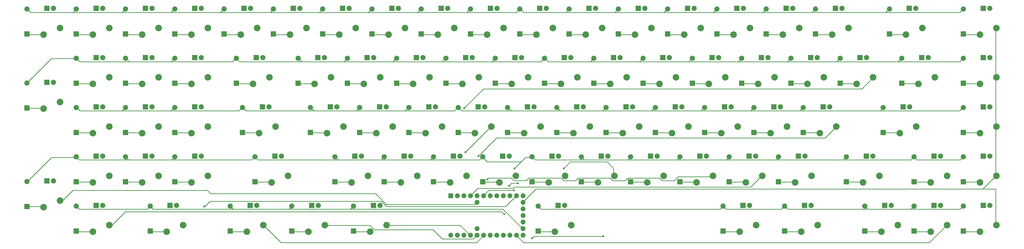
<source format=gbr>
G04 EAGLE Gerber RS-274X export*
G04 #@! %TF.Part,Single*
G04 #@! %TF.FileFunction,Copper,L1,Top,Mixed*
G04 #@! %TF.FilePolarity,Positive*
G04 #@! %TF.GenerationSoftware,Autodesk,EAGLE,9.5.1*
G04 #@! %TF.CreationDate,2019-11-07T18:59:26Z*
G75*
%MOMM*%
%FSLAX34Y34*%
%LPD*%
%INTop Copper*%
%IPPOS*%
%AMOC8*
5,1,8,0,0,1.08239X$1,22.5*%
G01*
%ADD10C,2.540000*%
%ADD11C,2.000000*%
%ADD12R,2.000000X2.000000*%
%ADD13R,1.879600X1.879600*%
%ADD14C,1.879600*%
%ADD15C,0.254000*%
%ADD16C,0.787400*%


D10*
X2712300Y1007400D03*
X2648800Y982000D03*
D11*
X2686900Y1083600D03*
D12*
X2661500Y1083600D03*
D10*
X997800Y1007400D03*
X934300Y982000D03*
D11*
X972400Y1083600D03*
D12*
X947000Y1083600D03*
D10*
X1188300Y1007400D03*
X1124800Y982000D03*
D11*
X1162900Y1083600D03*
D12*
X1137500Y1083600D03*
D10*
X1378800Y1007400D03*
X1315300Y982000D03*
D11*
X1353400Y1083600D03*
D12*
X1328000Y1083600D03*
D10*
X1569300Y1007400D03*
X1505800Y982000D03*
D11*
X1543900Y1083600D03*
D12*
X1518500Y1083600D03*
D10*
X1759800Y1007400D03*
X1696300Y982000D03*
D11*
X1734400Y1083600D03*
D12*
X1709000Y1083600D03*
D10*
X1950300Y1007400D03*
X1886800Y982000D03*
D11*
X1924900Y1083600D03*
D12*
X1899500Y1083600D03*
D10*
X2140800Y1007400D03*
X2077300Y982000D03*
D11*
X2115400Y1083600D03*
D12*
X2090000Y1083600D03*
D10*
X2331300Y1007400D03*
X2267800Y982000D03*
D11*
X2305900Y1083600D03*
D12*
X2280500Y1083600D03*
D10*
X2521800Y1007400D03*
X2458300Y982000D03*
D11*
X2496400Y1083600D03*
D12*
X2471000Y1083600D03*
D10*
X1140700Y626400D03*
X1077200Y601000D03*
D11*
X1115300Y702600D03*
D12*
X1089900Y702600D03*
D10*
X1307400Y245400D03*
X1243900Y220000D03*
D11*
X1282000Y321600D03*
D12*
X1256600Y321600D03*
D10*
X1997900Y435900D03*
X1934400Y410500D03*
D11*
X1972500Y512100D03*
D12*
X1947100Y512100D03*
D10*
X3426700Y816900D03*
X3363200Y791500D03*
D11*
X3401300Y893100D03*
D12*
X3375900Y893100D03*
D10*
X3379100Y1007400D03*
X3315600Y982000D03*
D11*
X3353700Y1083600D03*
D12*
X3328300Y1083600D03*
D10*
X1616900Y435900D03*
X1553400Y410500D03*
D11*
X1591500Y512100D03*
D12*
X1566100Y512100D03*
D10*
X878700Y626400D03*
X815200Y601000D03*
D11*
X853300Y702600D03*
D12*
X827900Y702600D03*
D10*
X2569400Y435900D03*
X2505900Y410500D03*
D11*
X2544000Y512100D03*
D12*
X2518600Y512100D03*
D10*
X831100Y245400D03*
X767600Y220000D03*
D11*
X805700Y321600D03*
D12*
X780300Y321600D03*
D10*
X2974200Y245400D03*
X2910700Y220000D03*
D11*
X2948800Y321600D03*
D12*
X2923400Y321600D03*
D10*
X1521700Y626400D03*
X1458200Y601000D03*
D11*
X1496300Y702600D03*
D12*
X1470900Y702600D03*
X2584700Y984600D03*
D11*
X2584700Y1081000D03*
D12*
X870200Y984600D03*
D11*
X870200Y1081000D03*
D12*
X1060700Y984600D03*
D11*
X1060700Y1081000D03*
D12*
X1251200Y984600D03*
D11*
X1251200Y1081000D03*
D12*
X1441700Y984600D03*
D11*
X1441700Y1081000D03*
D12*
X1632200Y984600D03*
D11*
X1632200Y1081000D03*
D12*
X1822700Y984600D03*
D11*
X1822700Y1081000D03*
D12*
X2013200Y984600D03*
D11*
X2013200Y1081000D03*
D12*
X2203700Y984600D03*
D11*
X2203700Y1081000D03*
D12*
X2394200Y984600D03*
D11*
X2394200Y1081000D03*
D12*
X1013100Y603600D03*
D11*
X1013100Y700000D03*
D12*
X1179800Y222600D03*
D11*
X1179800Y319000D03*
D10*
X2902800Y1007400D03*
X2839300Y982000D03*
D11*
X2877400Y1083600D03*
D12*
X2852000Y1083600D03*
X1870300Y413100D03*
D11*
X1870300Y509500D03*
D12*
X3299100Y794100D03*
D11*
X3299100Y890500D03*
D12*
X3251500Y984600D03*
D11*
X3251500Y1081000D03*
D12*
X1489300Y413100D03*
D11*
X1489300Y509500D03*
D12*
X751100Y603600D03*
D11*
X751100Y700000D03*
D12*
X2441800Y413100D03*
D11*
X2441800Y509500D03*
D12*
X703500Y222600D03*
D11*
X703500Y319000D03*
D12*
X2846600Y222600D03*
D11*
X2846600Y319000D03*
D12*
X1394100Y603600D03*
D11*
X1394100Y700000D03*
D12*
X2775200Y984600D03*
D11*
X2775200Y1081000D03*
D12*
X3346700Y222600D03*
D11*
X3346700Y319000D03*
D12*
X1346500Y794100D03*
D11*
X1346500Y890500D03*
D12*
X3227600Y603600D03*
D11*
X3227600Y700000D03*
D12*
X-82300Y317800D03*
D11*
X-82300Y414200D03*
D12*
X2965700Y984600D03*
D11*
X2965700Y1081000D03*
D12*
X-82300Y698800D03*
D11*
X-82300Y795200D03*
D12*
X679700Y984600D03*
D11*
X679700Y1081000D03*
D12*
X1584600Y603600D03*
D11*
X1584600Y700000D03*
D12*
X3537200Y984600D03*
D11*
X3537200Y1081000D03*
D12*
X3537200Y794100D03*
D11*
X3537200Y890500D03*
D12*
X3537200Y603600D03*
D11*
X3537200Y700000D03*
D12*
X3537200Y413100D03*
D11*
X3537200Y509500D03*
D12*
X2608500Y222600D03*
D11*
X2608500Y319000D03*
D12*
X1775100Y603600D03*
D11*
X1775100Y700000D03*
D12*
X1965600Y603600D03*
D11*
X1965600Y700000D03*
D12*
X2299000Y794100D03*
D11*
X2299000Y890500D03*
D12*
X2156100Y603600D03*
D11*
X2156100Y700000D03*
D12*
X2346600Y603600D03*
D11*
X2346600Y700000D03*
D12*
X394000Y222600D03*
D11*
X394000Y319000D03*
D12*
X108200Y413100D03*
D11*
X108200Y509500D03*
D12*
X298700Y413100D03*
D11*
X298700Y509500D03*
D12*
X489200Y413100D03*
D11*
X489200Y509500D03*
D12*
X108200Y603600D03*
D11*
X108200Y700000D03*
D12*
X298700Y603600D03*
D11*
X298700Y700000D03*
D12*
X489200Y603600D03*
D11*
X489200Y700000D03*
D12*
X108200Y794100D03*
D11*
X108200Y890500D03*
D12*
X298700Y794100D03*
D11*
X298700Y890500D03*
D12*
X489200Y794100D03*
D11*
X489200Y890500D03*
D12*
X298700Y984600D03*
D11*
X298700Y1081000D03*
D12*
X-82300Y984600D03*
D11*
X-82300Y1081000D03*
D12*
X108200Y222600D03*
D11*
X108200Y319000D03*
D12*
X108200Y984600D03*
D11*
X108200Y1081000D03*
D12*
X2537100Y603600D03*
D11*
X2537100Y700000D03*
D12*
X2870500Y794100D03*
D11*
X2870500Y890500D03*
D12*
X3156200Y222600D03*
D11*
X3156200Y319000D03*
D12*
X2251300Y413100D03*
D11*
X2251300Y509500D03*
D12*
X2060800Y413100D03*
D11*
X2060800Y509500D03*
D12*
X489200Y984600D03*
D11*
X489200Y1081000D03*
D12*
X2489500Y794100D03*
D11*
X2489500Y890500D03*
D10*
X3474300Y245400D03*
X3410800Y220000D03*
D11*
X3448900Y321600D03*
D12*
X3423500Y321600D03*
X2680000Y794100D03*
D11*
X2680000Y890500D03*
D12*
X2632300Y413100D03*
D11*
X2632300Y509500D03*
D12*
X965500Y794100D03*
D11*
X965500Y890500D03*
D12*
X2918100Y603600D03*
D11*
X2918100Y700000D03*
D12*
X1537000Y794100D03*
D11*
X1537000Y890500D03*
D12*
X3061000Y794100D03*
D11*
X3061000Y890500D03*
D12*
X3537200Y222600D03*
D11*
X3537200Y319000D03*
D12*
X1203600Y603600D03*
D11*
X1203600Y700000D03*
D12*
X2727600Y603600D03*
D11*
X2727600Y700000D03*
D12*
X798800Y413100D03*
D11*
X798800Y509500D03*
D12*
X3084800Y413100D03*
D11*
X3084800Y509500D03*
D12*
X2822800Y413100D03*
D11*
X2822800Y509500D03*
D12*
X1894100Y222600D03*
D11*
X1894100Y319000D03*
D12*
X1727500Y794100D03*
D11*
X1727500Y890500D03*
D12*
X727300Y794100D03*
D11*
X727300Y890500D03*
D12*
X2108500Y794100D03*
D11*
X2108500Y890500D03*
D12*
X3346700Y413100D03*
D11*
X3346700Y509500D03*
D12*
X1679800Y413100D03*
D11*
X1679800Y509500D03*
D12*
X1156000Y794100D03*
D11*
X1156000Y890500D03*
D12*
X941600Y222600D03*
D11*
X941600Y319000D03*
D12*
X1298800Y413100D03*
D11*
X1298800Y509500D03*
D12*
X1918000Y794100D03*
D11*
X1918000Y890500D03*
D12*
X1108300Y413100D03*
D11*
X1108300Y509500D03*
D10*
X1474100Y816900D03*
X1410600Y791500D03*
D11*
X1448700Y893100D03*
D12*
X1423300Y893100D03*
D10*
X3355200Y626400D03*
X3291700Y601000D03*
D11*
X3329800Y702600D03*
D12*
X3304400Y702600D03*
D10*
X45300Y340600D03*
X-18200Y315200D03*
D11*
X19900Y416800D03*
D12*
X-5500Y416800D03*
D10*
X3093300Y1007400D03*
X3029800Y982000D03*
D11*
X3067900Y1083600D03*
D12*
X3042500Y1083600D03*
D10*
X45300Y721600D03*
X-18200Y696200D03*
D11*
X19900Y797800D03*
D12*
X-5500Y797800D03*
D10*
X807300Y1007400D03*
X743800Y982000D03*
D11*
X781900Y1083600D03*
D12*
X756500Y1083600D03*
D10*
X1712200Y626400D03*
X1648700Y601000D03*
D11*
X1686800Y702600D03*
D12*
X1661400Y702600D03*
D10*
X3664800Y1007400D03*
X3601300Y982000D03*
D11*
X3639400Y1083600D03*
D12*
X3614000Y1083600D03*
D10*
X3664800Y816900D03*
X3601300Y791500D03*
D11*
X3639400Y893100D03*
D12*
X3614000Y893100D03*
D10*
X3664800Y626400D03*
X3601300Y601000D03*
D11*
X3639400Y702600D03*
D12*
X3614000Y702600D03*
D10*
X3664800Y435900D03*
X3601300Y410500D03*
D11*
X3639400Y512100D03*
D12*
X3614000Y512100D03*
D10*
X2736100Y245400D03*
X2672600Y220000D03*
D11*
X2710700Y321600D03*
D12*
X2685300Y321600D03*
D10*
X1902700Y626400D03*
X1839200Y601000D03*
D11*
X1877300Y702600D03*
D12*
X1851900Y702600D03*
D10*
X2093200Y626400D03*
X2029700Y601000D03*
D11*
X2067800Y702600D03*
D12*
X2042400Y702600D03*
D10*
X2426600Y816900D03*
X2363100Y791500D03*
D11*
X2401200Y893100D03*
D12*
X2375800Y893100D03*
D10*
X2283700Y626400D03*
X2220200Y601000D03*
D11*
X2258300Y702600D03*
D12*
X2232900Y702600D03*
D10*
X2474200Y626400D03*
X2410700Y601000D03*
D11*
X2448800Y702600D03*
D12*
X2423400Y702600D03*
D10*
X521600Y245400D03*
X458100Y220000D03*
D11*
X496200Y321600D03*
D12*
X470800Y321600D03*
D10*
X235800Y435900D03*
X172300Y410500D03*
D11*
X210400Y512100D03*
D12*
X185000Y512100D03*
D10*
X426300Y435900D03*
X362800Y410500D03*
D11*
X400900Y512100D03*
D12*
X375500Y512100D03*
D10*
X616800Y435900D03*
X553300Y410500D03*
D11*
X591400Y512100D03*
D12*
X566000Y512100D03*
D10*
X235800Y626400D03*
X172300Y601000D03*
D11*
X210400Y702600D03*
D12*
X185000Y702600D03*
D10*
X426300Y626400D03*
X362800Y601000D03*
D11*
X400900Y702600D03*
D12*
X375500Y702600D03*
D10*
X616800Y626400D03*
X553300Y601000D03*
D11*
X591400Y702600D03*
D12*
X566000Y702600D03*
D10*
X235800Y816900D03*
X172300Y791500D03*
D11*
X210400Y893100D03*
D12*
X185000Y893100D03*
D10*
X426300Y816900D03*
X362800Y791500D03*
D11*
X400900Y893100D03*
D12*
X375500Y893100D03*
D10*
X616800Y816900D03*
X553300Y791500D03*
D11*
X591400Y893100D03*
D12*
X566000Y893100D03*
D10*
X426300Y1007400D03*
X362800Y982000D03*
D11*
X400900Y1083600D03*
D12*
X375500Y1083600D03*
D10*
X45300Y1007400D03*
X-18200Y982000D03*
D11*
X19900Y1083600D03*
D12*
X-5500Y1083600D03*
D10*
X235800Y245400D03*
X172300Y220000D03*
D11*
X210400Y321600D03*
D12*
X185000Y321600D03*
D10*
X235800Y1007400D03*
X172300Y982000D03*
D11*
X210400Y1083600D03*
D12*
X185000Y1083600D03*
D10*
X2664700Y626400D03*
X2601200Y601000D03*
D11*
X2639300Y702600D03*
D12*
X2613900Y702600D03*
D10*
X2998100Y816900D03*
X2934600Y791500D03*
D11*
X2972700Y893100D03*
D12*
X2947300Y893100D03*
D10*
X3283800Y245400D03*
X3220300Y220000D03*
D11*
X3258400Y321600D03*
D12*
X3233000Y321600D03*
D10*
X2378900Y435900D03*
X2315400Y410500D03*
D11*
X2353500Y512100D03*
D12*
X2328100Y512100D03*
D10*
X2188400Y435900D03*
X2124900Y410500D03*
D11*
X2163000Y512100D03*
D12*
X2137600Y512100D03*
D10*
X616800Y1007400D03*
X553300Y982000D03*
D11*
X591400Y1083600D03*
D12*
X566000Y1083600D03*
D10*
X2617100Y816900D03*
X2553600Y791500D03*
D11*
X2591700Y893100D03*
D12*
X2566300Y893100D03*
D10*
X2807600Y816900D03*
X2744100Y791500D03*
D11*
X2782200Y893100D03*
D12*
X2756800Y893100D03*
D10*
X2759900Y435900D03*
X2696400Y410500D03*
D11*
X2734500Y512100D03*
D12*
X2709100Y512100D03*
D10*
X1093100Y816900D03*
X1029600Y791500D03*
D11*
X1067700Y893100D03*
D12*
X1042300Y893100D03*
D10*
X3045700Y626400D03*
X2982200Y601000D03*
D11*
X3020300Y702600D03*
D12*
X2994900Y702600D03*
D10*
X1664600Y816900D03*
X1601100Y791500D03*
D11*
X1639200Y893100D03*
D12*
X1613800Y893100D03*
D10*
X3188600Y816900D03*
X3125100Y791500D03*
D11*
X3163200Y893100D03*
D12*
X3137800Y893100D03*
D10*
X3664800Y245400D03*
X3601300Y220000D03*
D11*
X3639400Y321600D03*
D12*
X3614000Y321600D03*
D10*
X1331200Y626400D03*
X1267700Y601000D03*
D11*
X1305800Y702600D03*
D12*
X1280400Y702600D03*
D10*
X2855200Y626400D03*
X2791700Y601000D03*
D11*
X2829800Y702600D03*
D12*
X2804400Y702600D03*
D10*
X926400Y435900D03*
X862900Y410500D03*
D11*
X901000Y512100D03*
D12*
X875600Y512100D03*
D10*
X3212400Y435900D03*
X3148900Y410500D03*
D11*
X3187000Y512100D03*
D12*
X3161600Y512100D03*
D10*
X2950400Y435900D03*
X2886900Y410500D03*
D11*
X2925000Y512100D03*
D12*
X2899600Y512100D03*
D10*
X2021700Y245400D03*
X1958200Y220000D03*
D11*
X1996300Y321600D03*
D12*
X1970900Y321600D03*
D10*
X1855100Y816900D03*
X1791600Y791500D03*
D11*
X1829700Y893100D03*
D12*
X1804300Y893100D03*
D10*
X854900Y816900D03*
X791400Y791500D03*
D11*
X829500Y893100D03*
D12*
X804100Y893100D03*
D10*
X2236100Y816900D03*
X2172600Y791500D03*
D11*
X2210700Y893100D03*
D12*
X2185300Y893100D03*
D10*
X3474300Y435900D03*
X3410800Y410500D03*
D11*
X3448900Y512100D03*
D12*
X3423500Y512100D03*
D10*
X1807400Y435900D03*
X1743900Y410500D03*
D11*
X1782000Y512100D03*
D12*
X1756600Y512100D03*
D10*
X1283600Y816900D03*
X1220100Y791500D03*
D11*
X1258200Y893100D03*
D12*
X1232800Y893100D03*
D10*
X1069200Y245400D03*
X1005700Y220000D03*
D11*
X1043800Y321600D03*
D12*
X1018400Y321600D03*
D10*
X1426400Y435900D03*
X1362900Y410500D03*
D11*
X1401000Y512100D03*
D12*
X1375600Y512100D03*
D10*
X2045600Y816900D03*
X1982100Y791500D03*
D11*
X2020200Y893100D03*
D12*
X1994800Y893100D03*
D10*
X1235900Y435900D03*
X1172400Y410500D03*
D11*
X1210500Y512100D03*
D12*
X1185100Y512100D03*
D13*
X1555500Y359400D03*
D14*
X1682500Y359400D03*
X1758700Y359400D03*
X1784100Y359400D03*
X1707900Y359400D03*
X1733300Y359400D03*
X1834900Y232400D03*
X1834900Y334000D03*
X1834900Y207000D03*
X1809500Y207000D03*
X1809500Y359400D03*
X1834900Y359400D03*
X1707900Y207000D03*
X1682500Y207000D03*
X1657100Y207000D03*
X1631700Y207000D03*
X1606300Y207000D03*
X1580900Y207000D03*
X1657100Y232400D03*
X1834900Y283200D03*
X1657100Y334000D03*
X1580900Y359400D03*
X1606300Y359400D03*
X1631700Y359400D03*
X1657100Y359400D03*
X1784100Y207000D03*
X1758700Y207000D03*
X1733300Y207000D03*
X1555500Y207000D03*
X1834900Y308600D03*
X1834900Y257800D03*
D15*
X-20000Y982500D02*
X-80000Y982500D01*
X-82300Y984600D01*
X-20000Y982500D02*
X-18200Y982000D01*
X110000Y982500D02*
X170000Y982500D01*
X110000Y982500D02*
X108200Y984600D01*
X170000Y982500D02*
X172300Y982000D01*
X300000Y982500D02*
X362500Y982500D01*
X300000Y982500D02*
X298700Y984600D01*
X362500Y982500D02*
X362800Y982000D01*
X490000Y982500D02*
X552500Y982500D01*
X490000Y982500D02*
X489200Y984600D01*
X552500Y982500D02*
X553300Y982000D01*
X872500Y982500D02*
X932500Y982500D01*
X872500Y982500D02*
X870200Y984600D01*
X932500Y982500D02*
X934300Y982000D01*
X742500Y982500D02*
X680000Y982500D01*
X679700Y984600D01*
X742500Y982500D02*
X743800Y982000D01*
X1062500Y982500D02*
X1122500Y982500D01*
X1062500Y982500D02*
X1060700Y984600D01*
X1122500Y982500D02*
X1124800Y982000D01*
X1252500Y982500D02*
X1315000Y982500D01*
X1252500Y982500D02*
X1251200Y984600D01*
X1315000Y982500D02*
X1315300Y982000D01*
X1442500Y982500D02*
X1505000Y982500D01*
X1442500Y982500D02*
X1441700Y984600D01*
X1505000Y982500D02*
X1505800Y982000D01*
X1632500Y982500D02*
X1695000Y982500D01*
X1632500Y982500D02*
X1632200Y984600D01*
X1695000Y982500D02*
X1696300Y982000D01*
X1825000Y982500D02*
X1885000Y982500D01*
X1825000Y982500D02*
X1822700Y984600D01*
X1885000Y982500D02*
X1886800Y982000D01*
X2015000Y982500D02*
X2075000Y982500D01*
X2015000Y982500D02*
X2013200Y984600D01*
X2075000Y982500D02*
X2077300Y982000D01*
X2205000Y982500D02*
X2267500Y982500D01*
X2205000Y982500D02*
X2203700Y984600D01*
X2267500Y982500D02*
X2267800Y982000D01*
X2395000Y982500D02*
X2457500Y982500D01*
X2395000Y982500D02*
X2394200Y984600D01*
X2457500Y982500D02*
X2458300Y982000D01*
X2585000Y982500D02*
X2647500Y982500D01*
X2585000Y982500D02*
X2584700Y984600D01*
X2647500Y982500D02*
X2648800Y982000D01*
X2777500Y982500D02*
X2837500Y982500D01*
X2777500Y982500D02*
X2775200Y984600D01*
X2837500Y982500D02*
X2839300Y982000D01*
X2967500Y982500D02*
X3027500Y982500D01*
X2967500Y982500D02*
X2965700Y984600D01*
X3027500Y982500D02*
X3029800Y982000D01*
X3252500Y982500D02*
X3315000Y982500D01*
X3252500Y982500D02*
X3251500Y984600D01*
X3315000Y982500D02*
X3315600Y982000D01*
X3537500Y982500D02*
X3600000Y982500D01*
X3537500Y982500D02*
X3537200Y984600D01*
X3600000Y982500D02*
X3601300Y982000D01*
X3600000Y792500D02*
X3537500Y792500D01*
X3537200Y794100D01*
X3600000Y792500D02*
X3601300Y791500D01*
X3362500Y792500D02*
X3300000Y792500D01*
X3299100Y794100D01*
X3362500Y792500D02*
X3363200Y791500D01*
X3125000Y792500D02*
X3062500Y792500D01*
X3061000Y794100D01*
X3125000Y792500D02*
X3125100Y791500D01*
X2932500Y792500D02*
X2872500Y792500D01*
X2870500Y794100D01*
X2932500Y792500D02*
X2934600Y791500D01*
X2742500Y792500D02*
X2680000Y792500D01*
X2680000Y794100D01*
X2742500Y792500D02*
X2744100Y791500D01*
X2552500Y792500D02*
X2490000Y792500D01*
X2489500Y794100D01*
X2552500Y792500D02*
X2553600Y791500D01*
X2362500Y792500D02*
X2300000Y792500D01*
X2299000Y794100D01*
X2362500Y792500D02*
X2363100Y791500D01*
X2172500Y792500D02*
X2110000Y792500D01*
X2108500Y794100D01*
X2172500Y792500D02*
X2172600Y791500D01*
X1980000Y792500D02*
X1920000Y792500D01*
X1918000Y794100D01*
X1980000Y792500D02*
X1982100Y791500D01*
X1790000Y792500D02*
X1727500Y792500D01*
X1727500Y794100D01*
X1790000Y792500D02*
X1791600Y791500D01*
X1600000Y792500D02*
X1537500Y792500D01*
X1537000Y794100D01*
X1600000Y792500D02*
X1601100Y791500D01*
X1410000Y792500D02*
X1347500Y792500D01*
X1346500Y794100D01*
X1410000Y792500D02*
X1410600Y791500D01*
X1220000Y792500D02*
X1157500Y792500D01*
X1156000Y794100D01*
X1220000Y792500D02*
X1220100Y791500D01*
X1027500Y792500D02*
X967500Y792500D01*
X965500Y794100D01*
X1027500Y792500D02*
X1029600Y791500D01*
X790000Y792500D02*
X727500Y792500D01*
X727300Y794100D01*
X790000Y792500D02*
X791400Y791500D01*
X552500Y792500D02*
X490000Y792500D01*
X489200Y794100D01*
X552500Y792500D02*
X553300Y791500D01*
X362500Y792500D02*
X300000Y792500D01*
X298700Y794100D01*
X362500Y792500D02*
X362800Y791500D01*
X170000Y792500D02*
X110000Y792500D01*
X108200Y794100D01*
X170000Y792500D02*
X172300Y791500D01*
X170000Y602500D02*
X110000Y602500D01*
X108200Y603600D01*
X170000Y602500D02*
X172300Y601000D01*
X300000Y602500D02*
X362500Y602500D01*
X300000Y602500D02*
X298700Y603600D01*
X362500Y602500D02*
X362800Y601000D01*
X490000Y602500D02*
X552500Y602500D01*
X490000Y602500D02*
X489200Y603600D01*
X552500Y602500D02*
X553300Y601000D01*
X752500Y602500D02*
X815000Y602500D01*
X752500Y602500D02*
X751100Y603600D01*
X815000Y602500D02*
X815200Y601000D01*
X1015000Y602500D02*
X1075000Y602500D01*
X1015000Y602500D02*
X1013100Y603600D01*
X1075000Y602500D02*
X1077200Y601000D01*
X1205000Y602500D02*
X1267500Y602500D01*
X1205000Y602500D02*
X1203600Y603600D01*
X1267500Y602500D02*
X1267700Y601000D01*
X1395000Y602500D02*
X1457500Y602500D01*
X1395000Y602500D02*
X1394100Y603600D01*
X1457500Y602500D02*
X1458200Y601000D01*
X1585000Y602500D02*
X1647500Y602500D01*
X1585000Y602500D02*
X1584600Y603600D01*
X1647500Y602500D02*
X1648700Y601000D01*
X1777500Y602500D02*
X1837500Y602500D01*
X1777500Y602500D02*
X1775100Y603600D01*
X1837500Y602500D02*
X1839200Y601000D01*
X1967500Y602500D02*
X2027500Y602500D01*
X1967500Y602500D02*
X1965600Y603600D01*
X2027500Y602500D02*
X2029700Y601000D01*
X2157500Y602500D02*
X2220000Y602500D01*
X2157500Y602500D02*
X2156100Y603600D01*
X2220000Y602500D02*
X2220200Y601000D01*
X2347500Y602500D02*
X2410000Y602500D01*
X2347500Y602500D02*
X2346600Y603600D01*
X2410000Y602500D02*
X2410700Y601000D01*
X2537500Y602500D02*
X2600000Y602500D01*
X2537500Y602500D02*
X2537100Y603600D01*
X2600000Y602500D02*
X2601200Y601000D01*
X2730000Y602500D02*
X2790000Y602500D01*
X2730000Y602500D02*
X2727600Y603600D01*
X2790000Y602500D02*
X2791700Y601000D01*
X2920000Y602500D02*
X2980000Y602500D01*
X2920000Y602500D02*
X2918100Y603600D01*
X2980000Y602500D02*
X2982200Y601000D01*
X3230000Y602500D02*
X3290000Y602500D01*
X3230000Y602500D02*
X3227600Y603600D01*
X3290000Y602500D02*
X3291700Y601000D01*
X3537500Y602500D02*
X3600000Y602500D01*
X3537500Y602500D02*
X3537200Y603600D01*
X3600000Y602500D02*
X3601300Y601000D01*
X3600000Y412500D02*
X3537500Y412500D01*
X3537200Y413100D01*
X3600000Y412500D02*
X3601300Y410500D01*
X3410000Y412500D02*
X3347500Y412500D01*
X3346700Y413100D01*
X3410000Y412500D02*
X3410800Y410500D01*
X3147500Y412500D02*
X3085000Y412500D01*
X3084800Y413100D01*
X3147500Y412500D02*
X3148900Y410500D01*
X2885000Y412500D02*
X2825000Y412500D01*
X2822800Y413100D01*
X2885000Y412500D02*
X2886900Y410500D01*
X2695000Y412500D02*
X2632500Y412500D01*
X2632300Y413100D01*
X2695000Y412500D02*
X2696400Y410500D01*
X2505000Y412500D02*
X2442500Y412500D01*
X2441800Y413100D01*
X2505000Y412500D02*
X2505900Y410500D01*
X2315000Y412500D02*
X2252500Y412500D01*
X2251300Y413100D01*
X2315000Y412500D02*
X2315400Y410500D01*
X2122500Y412500D02*
X2062500Y412500D01*
X2060800Y413100D01*
X2122500Y412500D02*
X2124900Y410500D01*
X1932500Y412500D02*
X1872500Y412500D01*
X1870300Y413100D01*
X1932500Y412500D02*
X1934400Y410500D01*
X1742500Y412500D02*
X1680000Y412500D01*
X1679800Y413100D01*
X1742500Y412500D02*
X1743900Y410500D01*
X1552500Y412500D02*
X1490000Y412500D01*
X1489300Y413100D01*
X1552500Y412500D02*
X1553400Y410500D01*
X1362500Y412500D02*
X1300000Y412500D01*
X1298800Y413100D01*
X1362500Y412500D02*
X1362900Y410500D01*
X1170000Y412500D02*
X1110000Y412500D01*
X1108300Y413100D01*
X1170000Y412500D02*
X1172400Y410500D01*
X862500Y412500D02*
X800000Y412500D01*
X798800Y413100D01*
X862500Y412500D02*
X862900Y410500D01*
X552500Y412500D02*
X490000Y412500D01*
X489200Y413100D01*
X552500Y412500D02*
X553300Y410500D01*
X362500Y412500D02*
X300000Y412500D01*
X298700Y413100D01*
X362500Y412500D02*
X362800Y410500D01*
X170000Y412500D02*
X110000Y412500D01*
X108200Y413100D01*
X170000Y412500D02*
X172300Y410500D01*
X-20000Y317500D02*
X-80000Y317500D01*
X-82300Y317800D01*
X-20000Y317500D02*
X-18200Y315200D01*
X110000Y222500D02*
X112500Y220000D01*
X172300Y220000D01*
X110000Y222500D02*
X108200Y222600D01*
X395000Y222500D02*
X397500Y220000D01*
X458100Y220000D01*
X395000Y222500D02*
X394000Y222600D01*
X705000Y222500D02*
X707500Y220000D01*
X767600Y220000D01*
X705000Y222500D02*
X703500Y222600D01*
X942500Y222500D02*
X945000Y220000D01*
X1005700Y220000D01*
X942500Y222500D02*
X941600Y222600D01*
X1180000Y222500D02*
X1182500Y220000D01*
X1243900Y220000D01*
X1180000Y222500D02*
X1179800Y222600D01*
X1895000Y222500D02*
X1897500Y220000D01*
X1958200Y220000D01*
X1895000Y222500D02*
X1894100Y222600D01*
X2610000Y222500D02*
X2612500Y220000D01*
X2672600Y220000D01*
X2610000Y222500D02*
X2608500Y222600D01*
X2847500Y222500D02*
X2850000Y220000D01*
X2910700Y220000D01*
X2847500Y222500D02*
X2846600Y222600D01*
X3157500Y222500D02*
X3160000Y220000D01*
X3220300Y220000D01*
X3157500Y222500D02*
X3156200Y222600D01*
X3347500Y222500D02*
X3350000Y220000D01*
X3410800Y220000D01*
X3347500Y222500D02*
X3346700Y222600D01*
X3537500Y222500D02*
X3540000Y220000D01*
X3601300Y220000D01*
X3537500Y222500D02*
X3537200Y222600D01*
X1702500Y380000D02*
X1682500Y360000D01*
X1702500Y380000D02*
X1800000Y380000D01*
X1682500Y360000D02*
X1682500Y359400D01*
D16*
X1800000Y380000D03*
D15*
X1837500Y1067500D02*
X1825000Y1080000D01*
X1837500Y1067500D02*
X2000000Y1067500D01*
X2012500Y1080000D01*
X1825000Y1080000D02*
X1822700Y1081000D01*
X2012500Y1080000D02*
X2013200Y1081000D01*
X2190000Y1067500D02*
X2202500Y1080000D01*
X2190000Y1067500D02*
X2000000Y1067500D01*
X2202500Y1080000D02*
X2203700Y1081000D01*
X2380000Y1067500D02*
X2392500Y1080000D01*
X2380000Y1067500D02*
X2190000Y1067500D01*
X2392500Y1080000D02*
X2394200Y1081000D01*
X2570000Y1067500D02*
X2582500Y1080000D01*
X2570000Y1067500D02*
X2380000Y1067500D01*
X2582500Y1080000D02*
X2584700Y1081000D01*
X2762500Y1067500D02*
X2775000Y1080000D01*
X2762500Y1067500D02*
X2570000Y1067500D01*
X2775000Y1080000D02*
X2775200Y1081000D01*
X2952500Y1067500D02*
X2965000Y1080000D01*
X2952500Y1067500D02*
X2762500Y1067500D01*
X2965000Y1080000D02*
X2965700Y1081000D01*
X3237500Y1067500D02*
X3250000Y1080000D01*
X3237500Y1067500D02*
X2952500Y1067500D01*
X3250000Y1080000D02*
X3251500Y1081000D01*
X3522500Y1067500D02*
X3535000Y1080000D01*
X3522500Y1067500D02*
X3237500Y1067500D01*
X3535000Y1080000D02*
X3537200Y1081000D01*
X-67500Y1067500D02*
X-80000Y1080000D01*
X-67500Y1067500D02*
X95000Y1067500D01*
X107500Y1080000D01*
X-80000Y1080000D02*
X-82300Y1081000D01*
X107500Y1080000D02*
X108200Y1081000D01*
X285000Y1067500D02*
X297500Y1080000D01*
X285000Y1067500D02*
X95000Y1067500D01*
X297500Y1080000D02*
X298700Y1081000D01*
X475000Y1067500D02*
X487500Y1080000D01*
X475000Y1067500D02*
X285000Y1067500D01*
X487500Y1080000D02*
X489200Y1081000D01*
X665000Y1067500D02*
X677500Y1080000D01*
X665000Y1067500D02*
X475000Y1067500D01*
X677500Y1080000D02*
X679700Y1081000D01*
X857500Y1067500D02*
X870000Y1080000D01*
X857500Y1067500D02*
X665000Y1067500D01*
X870000Y1080000D02*
X870200Y1081000D01*
X1047500Y1067500D02*
X1060000Y1080000D01*
X1047500Y1067500D02*
X857500Y1067500D01*
X1060000Y1080000D02*
X1060700Y1081000D01*
X1237500Y1067500D02*
X1250000Y1080000D01*
X1237500Y1067500D02*
X1047500Y1067500D01*
X1250000Y1080000D02*
X1251200Y1081000D01*
X1427500Y1067500D02*
X1440000Y1080000D01*
X1427500Y1067500D02*
X1237500Y1067500D01*
X1440000Y1080000D02*
X1441700Y1081000D01*
X1617500Y1067500D02*
X1630000Y1080000D01*
X1617500Y1067500D02*
X1427500Y1067500D01*
X1630000Y1080000D02*
X1632200Y1081000D01*
X1810000Y1067500D02*
X1822500Y1080000D01*
X1810000Y1067500D02*
X1617500Y1067500D01*
X1822500Y1080000D02*
X1822700Y1081000D01*
X1920000Y890000D02*
X1932500Y877500D01*
X2095000Y877500D01*
X2107500Y890000D01*
X1920000Y890000D02*
X1918000Y890500D01*
X2107500Y890000D02*
X2108500Y890500D01*
X2285000Y877500D02*
X2297500Y890000D01*
X2285000Y877500D02*
X2095000Y877500D01*
X2297500Y890000D02*
X2299000Y890500D01*
X2475000Y877500D02*
X2487500Y890000D01*
X2475000Y877500D02*
X2285000Y877500D01*
X2487500Y890000D02*
X2489500Y890500D01*
X2667500Y877500D02*
X2680000Y890000D01*
X2667500Y877500D02*
X2475000Y877500D01*
X2680000Y890000D02*
X2680000Y890500D01*
X2857500Y877500D02*
X2870500Y890500D01*
X2857500Y877500D02*
X2667500Y877500D01*
X3047500Y877500D02*
X3060000Y890000D01*
X3047500Y877500D02*
X2857500Y877500D01*
X3060000Y890000D02*
X3061000Y890500D01*
X3285000Y877500D02*
X3297500Y890000D01*
X3285000Y877500D02*
X3047500Y877500D01*
X3297500Y890000D02*
X3299100Y890500D01*
X3522500Y877500D02*
X3535000Y890000D01*
X3522500Y877500D02*
X3285000Y877500D01*
X3535000Y890000D02*
X3537200Y890500D01*
X12500Y890000D02*
X-82300Y795200D01*
X12500Y890000D02*
X107500Y890000D01*
X108200Y890500D01*
X300000Y890000D02*
X312500Y877500D01*
X475000Y877500D01*
X487500Y890000D01*
X300000Y890000D02*
X298700Y890500D01*
X487500Y890000D02*
X489200Y890500D01*
X712500Y877500D02*
X725000Y890000D01*
X712500Y877500D02*
X475000Y877500D01*
X725000Y890000D02*
X727300Y890500D01*
X122500Y877500D02*
X110000Y890000D01*
X122500Y877500D02*
X312500Y877500D01*
X110000Y890000D02*
X108200Y890500D01*
X967500Y890000D02*
X980000Y877500D01*
X1142500Y877500D01*
X1155000Y890000D01*
X967500Y890000D02*
X965500Y890500D01*
X1155000Y890000D02*
X1156000Y890500D01*
X1332500Y877500D02*
X1345000Y890000D01*
X1332500Y877500D02*
X1142500Y877500D01*
X1345000Y890000D02*
X1346500Y890500D01*
X1522500Y877500D02*
X1535000Y890000D01*
X1522500Y877500D02*
X1332500Y877500D01*
X1535000Y890000D02*
X1537000Y890500D01*
X1715000Y877500D02*
X1727500Y890000D01*
X1715000Y877500D02*
X1522500Y877500D01*
X1727500Y890000D02*
X1727500Y890500D01*
X740000Y877500D02*
X727500Y890000D01*
X740000Y877500D02*
X980000Y877500D01*
X727500Y890000D02*
X727300Y890500D01*
X1905000Y877500D02*
X1918000Y890500D01*
X1905000Y877500D02*
X1715000Y877500D01*
X12500Y507500D02*
X-80000Y415000D01*
X12500Y507500D02*
X107500Y507500D01*
X-80000Y415000D02*
X-82300Y414200D01*
X107500Y507500D02*
X108200Y509500D01*
X300000Y507500D02*
X310000Y497500D01*
X477500Y497500D01*
X487500Y507500D01*
X300000Y507500D02*
X298700Y509500D01*
X487500Y507500D02*
X489200Y509500D01*
X787500Y497500D02*
X797500Y507500D01*
X787500Y497500D02*
X477500Y497500D01*
X797500Y507500D02*
X798800Y509500D01*
X120000Y497500D02*
X110000Y507500D01*
X120000Y497500D02*
X310000Y497500D01*
X110000Y507500D02*
X108200Y509500D01*
X1827500Y490000D02*
X1845000Y507500D01*
X1827500Y490000D02*
X1802500Y465000D01*
X1845000Y507500D02*
X1870000Y507500D01*
X1870300Y509500D01*
X1697500Y490000D02*
X1680000Y507500D01*
X1697500Y490000D02*
X1827500Y490000D01*
X1680000Y507500D02*
X1679800Y509500D01*
X1120000Y497500D02*
X1110000Y507500D01*
X1120000Y497500D02*
X1287500Y497500D01*
X1297500Y507500D01*
X1110000Y507500D02*
X1108300Y509500D01*
X1297500Y507500D02*
X1298800Y509500D01*
X1477500Y497500D02*
X1487500Y507500D01*
X1477500Y497500D02*
X1287500Y497500D01*
X1487500Y507500D02*
X1489300Y509500D01*
X1667500Y497500D02*
X1677500Y507500D01*
X1667500Y497500D02*
X1477500Y497500D01*
X1677500Y507500D02*
X1679800Y509500D01*
X3347500Y507500D02*
X3357500Y497500D01*
X3525000Y497500D01*
X3535000Y507500D01*
X3347500Y507500D02*
X3346700Y509500D01*
X3535000Y507500D02*
X3537200Y509500D01*
X2072500Y497500D02*
X2062500Y507500D01*
X2072500Y497500D02*
X2240000Y497500D01*
X2250000Y507500D01*
X2062500Y507500D02*
X2060800Y509500D01*
X2250000Y507500D02*
X2251300Y509500D01*
X2430000Y497500D02*
X2440000Y507500D01*
X2430000Y497500D02*
X2240000Y497500D01*
X2440000Y507500D02*
X2441800Y509500D01*
X2620000Y497500D02*
X2630000Y507500D01*
X2620000Y497500D02*
X2430000Y497500D01*
X2630000Y507500D02*
X2632300Y509500D01*
X2812500Y497500D02*
X2822500Y507500D01*
X2812500Y497500D02*
X2620000Y497500D01*
X2822500Y507500D02*
X2822800Y509500D01*
X3072500Y497500D02*
X3082500Y507500D01*
X3072500Y497500D02*
X2812500Y497500D01*
X3082500Y507500D02*
X3084800Y509500D01*
X3335000Y497500D02*
X3345000Y507500D01*
X3335000Y497500D02*
X3072500Y497500D01*
X3345000Y507500D02*
X3346700Y509500D01*
X1882500Y497500D02*
X1872500Y507500D01*
X1882500Y497500D02*
X2072500Y497500D01*
X1872500Y507500D02*
X1870300Y509500D01*
X810000Y497500D02*
X800000Y507500D01*
X810000Y497500D02*
X1120000Y497500D01*
X800000Y507500D02*
X798800Y509500D01*
D16*
X1802500Y465000D03*
D15*
X122500Y687500D02*
X110000Y700000D01*
X122500Y687500D02*
X285000Y687500D01*
X297500Y700000D01*
X110000Y700000D02*
X108200Y700000D01*
X297500Y700000D02*
X298700Y700000D01*
X475000Y687500D02*
X487500Y700000D01*
X475000Y687500D02*
X285000Y687500D01*
X487500Y700000D02*
X489200Y700000D01*
X737500Y687500D02*
X750000Y700000D01*
X737500Y687500D02*
X475000Y687500D01*
X750000Y700000D02*
X751100Y700000D01*
X1015000Y700000D02*
X1027500Y687500D01*
X1190000Y687500D01*
X1202500Y700000D01*
X1015000Y700000D02*
X1013100Y700000D01*
X1202500Y700000D02*
X1203600Y700000D01*
X1380000Y687500D02*
X1392500Y700000D01*
X1380000Y687500D02*
X1190000Y687500D01*
X1392500Y700000D02*
X1394100Y700000D01*
X1570000Y687500D02*
X1582500Y700000D01*
X1570000Y687500D02*
X1380000Y687500D01*
X1582500Y700000D02*
X1584600Y700000D01*
X1790000Y407500D02*
X1780000Y397500D01*
X1790000Y407500D02*
X1815000Y407500D01*
X1980000Y687500D02*
X1967500Y700000D01*
X1980000Y687500D02*
X2142500Y687500D01*
X2155000Y700000D01*
X1967500Y700000D02*
X1965600Y700000D01*
X2155000Y700000D02*
X2156100Y700000D01*
X2332500Y687500D02*
X2345000Y700000D01*
X2332500Y687500D02*
X2142500Y687500D01*
X2345000Y700000D02*
X2346600Y700000D01*
X2522500Y687500D02*
X2535000Y700000D01*
X2522500Y687500D02*
X2332500Y687500D01*
X2535000Y700000D02*
X2537100Y700000D01*
X2715000Y687500D02*
X2727500Y700000D01*
X2715000Y687500D02*
X2522500Y687500D01*
X2727500Y700000D02*
X2727600Y700000D01*
X2905000Y687500D02*
X2917500Y700000D01*
X2905000Y687500D02*
X2715000Y687500D01*
X2917500Y700000D02*
X2918100Y700000D01*
X3215000Y687500D02*
X3227500Y700000D01*
X3215000Y687500D02*
X2905000Y687500D01*
X3227500Y700000D02*
X3227600Y700000D01*
X3522500Y687500D02*
X3535000Y700000D01*
X3522500Y687500D02*
X3215000Y687500D01*
X3535000Y700000D02*
X3537200Y700000D01*
X1790000Y687500D02*
X1777500Y700000D01*
X1790000Y687500D02*
X1980000Y687500D01*
X1777500Y700000D02*
X1775100Y700000D01*
X1597500Y687500D02*
X1585000Y700000D01*
X1597500Y687500D02*
X1790000Y687500D01*
X1585000Y700000D02*
X1584600Y700000D01*
X765000Y687500D02*
X752500Y700000D01*
X765000Y687500D02*
X1027500Y687500D01*
X752500Y700000D02*
X751100Y700000D01*
D16*
X1780000Y397500D03*
X1815000Y407500D03*
D15*
X2608500Y319000D02*
X2620000Y307500D01*
X2835000Y307500D01*
X2845000Y317500D01*
X2846600Y319000D01*
X3157500Y317500D02*
X3167500Y307500D01*
X3335000Y307500D01*
X3345000Y317500D01*
X3157500Y317500D02*
X3156200Y319000D01*
X3345000Y317500D02*
X3346700Y319000D01*
X3525000Y307500D02*
X3535000Y317500D01*
X3525000Y307500D02*
X3335000Y307500D01*
X3535000Y317500D02*
X3537200Y319000D01*
X2857500Y307500D02*
X2847500Y317500D01*
X2857500Y307500D02*
X3167500Y307500D01*
X2847500Y317500D02*
X2846600Y319000D01*
X120000Y307500D02*
X110000Y317500D01*
X120000Y307500D02*
X382500Y307500D01*
X394000Y319000D01*
X110000Y317500D02*
X108200Y319000D01*
X703500Y319000D02*
X715000Y307500D01*
X930000Y307500D01*
X940000Y317500D01*
X941600Y319000D01*
X1167500Y307500D02*
X1177500Y317500D01*
X1167500Y307500D02*
X930000Y307500D01*
X1177500Y317500D02*
X1179800Y319000D01*
X1757500Y307500D02*
X1832500Y232500D01*
X1757500Y307500D02*
X1167500Y307500D01*
X1832500Y232500D02*
X1834900Y232400D01*
X405000Y307500D02*
X395000Y317500D01*
X405000Y307500D02*
X715000Y307500D01*
X395000Y317500D02*
X394000Y319000D01*
X2597500Y307500D02*
X2607500Y317500D01*
X2597500Y307500D02*
X1905000Y307500D01*
X1895000Y317500D01*
X2607500Y317500D02*
X2608500Y319000D01*
X1895000Y317500D02*
X1894100Y319000D01*
X3662500Y627500D02*
X3662500Y815000D01*
X3662500Y627500D02*
X3664800Y626400D01*
X3662500Y815000D02*
X3664800Y816900D01*
X3662500Y817500D02*
X3662500Y1005000D01*
X3664800Y1007400D01*
X3662500Y817500D02*
X3664800Y816900D01*
X1885000Y385000D02*
X1835000Y335000D01*
X1885000Y385000D02*
X3612500Y385000D01*
X3662500Y435000D01*
X1835000Y335000D02*
X1834900Y334000D01*
X3662500Y435000D02*
X3664800Y435900D01*
X3662500Y385000D02*
X3662500Y247500D01*
X3662500Y385000D02*
X3612500Y385000D01*
X3662500Y247500D02*
X3664800Y245400D01*
X3662500Y437500D02*
X3662500Y625000D01*
X3664800Y626400D01*
X3662500Y437500D02*
X3664800Y435900D01*
X1837500Y177500D02*
X1810000Y205000D01*
X1837500Y177500D02*
X3405000Y177500D01*
X3472500Y245000D01*
X1810000Y205000D02*
X1809500Y207000D01*
X3472500Y245000D02*
X3474300Y245400D01*
X1807500Y357500D02*
X1767500Y317500D01*
X1307500Y317500D01*
X1287500Y337500D01*
X625000Y337500D01*
X605000Y317500D01*
X602500Y317500D01*
X1807500Y357500D02*
X1809500Y359400D01*
D16*
X602500Y317500D03*
D15*
X1752500Y297500D02*
X1762500Y287500D01*
X1752500Y297500D02*
X297500Y297500D01*
X247500Y247500D01*
X237500Y247500D01*
X235800Y245400D01*
D16*
X1762500Y287500D03*
D15*
X1992500Y465000D02*
X2017500Y490000D01*
X2160000Y490000D01*
X2185000Y465000D01*
X2185000Y437500D01*
X2187500Y437500D01*
X2188400Y435900D01*
D16*
X1992500Y465000D03*
D15*
X1877500Y202500D02*
X1870000Y195000D01*
X1877500Y202500D02*
X2145000Y202500D01*
D16*
X1870000Y195000D03*
X2145000Y202500D03*
D15*
X1702500Y427500D02*
X1697500Y422500D01*
X1702500Y427500D02*
X1790000Y427500D01*
X1800000Y417500D01*
X1847500Y417500D01*
X1857500Y427500D01*
X1982500Y427500D01*
X1992500Y417500D01*
X2037500Y417500D01*
X2047500Y427500D01*
X2172500Y427500D01*
X2182500Y417500D01*
X2230000Y417500D01*
X2240000Y427500D01*
X2362500Y427500D01*
X2372500Y417500D01*
X2420000Y417500D01*
X2435000Y432500D01*
X2565000Y432500D01*
X2567500Y435000D01*
X2569400Y435900D01*
D16*
X1697500Y422500D03*
D15*
X1660000Y387500D02*
X1632500Y360000D01*
X1660000Y387500D02*
X1797500Y387500D01*
X1802500Y392500D01*
X2715000Y392500D01*
X2757500Y435000D01*
X1632500Y360000D02*
X1631700Y359400D01*
X2757500Y435000D02*
X2759900Y435900D01*
X1732500Y582500D02*
X1662500Y512500D01*
X1732500Y582500D02*
X3002500Y582500D01*
X3045000Y625000D01*
X3045700Y626400D01*
D16*
X1662500Y512500D03*
D15*
X1607500Y697500D02*
X1682500Y772500D01*
X3145000Y772500D01*
X3187500Y815000D01*
X3188600Y816900D01*
D16*
X1607500Y697500D03*
D15*
X1655000Y332500D02*
X1647500Y325000D01*
X1307500Y325000D01*
X1265000Y367500D01*
X627500Y367500D01*
X615000Y380000D01*
X95000Y380000D01*
X57500Y342500D01*
X47500Y342500D01*
X1655000Y332500D02*
X1657100Y334000D01*
X47500Y342500D02*
X45300Y340600D01*
X1612500Y527500D02*
X1710000Y625000D01*
X1712200Y626400D01*
D16*
X1612500Y527500D03*
D15*
X1592500Y245000D02*
X1630000Y207500D01*
X1592500Y245000D02*
X1307500Y245000D01*
X1630000Y207500D02*
X1631700Y207000D01*
X1307500Y245000D02*
X1307400Y245400D01*
X1642500Y192500D02*
X1655000Y205000D01*
X1642500Y192500D02*
X1522500Y192500D01*
X1487500Y227500D01*
X1260000Y227500D01*
X1242500Y245000D01*
X1070000Y245000D01*
X1655000Y205000D02*
X1657100Y207000D01*
X1070000Y245000D02*
X1069200Y245400D01*
X1655000Y177500D02*
X1682500Y205000D01*
X1655000Y177500D02*
X900000Y177500D01*
X832500Y245000D01*
X1682500Y207000D02*
X1682500Y205000D01*
X832500Y245000D02*
X831100Y245400D01*
X-20000Y697500D02*
X-80000Y697500D01*
X-82300Y698800D01*
X-20000Y697500D02*
X-18200Y696200D01*
M02*

</source>
